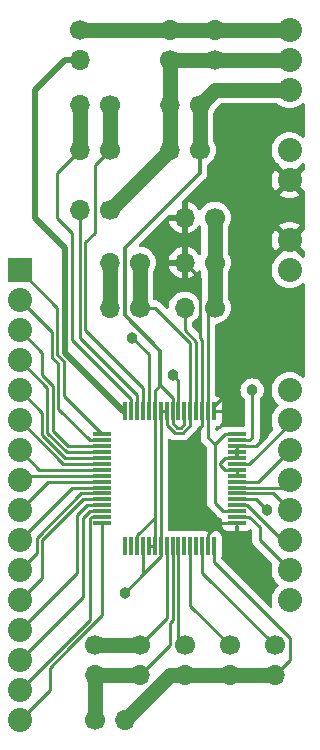
<source format=gbr>
%TF.GenerationSoftware,KiCad,Pcbnew,8.0.7*%
%TF.CreationDate,2025-04-29T18:28:53-03:00*%
%TF.ProjectId,ads_headstage_breadboard_v2,6164735f-6865-4616-9473-746167655f62,rev?*%
%TF.SameCoordinates,Original*%
%TF.FileFunction,Copper,L1,Top*%
%TF.FilePolarity,Positive*%
%FSLAX46Y46*%
G04 Gerber Fmt 4.6, Leading zero omitted, Abs format (unit mm)*
G04 Created by KiCad (PCBNEW 8.0.7) date 2025-04-29 18:28:53*
%MOMM*%
%LPD*%
G01*
G04 APERTURE LIST*
%TA.AperFunction,SMDPad,CuDef*%
%ADD10R,1.500000X0.300000*%
%TD*%
%TA.AperFunction,SMDPad,CuDef*%
%ADD11R,0.300000X1.500000*%
%TD*%
%TA.AperFunction,ComponentPad*%
%ADD12C,1.700000*%
%TD*%
%TA.AperFunction,ComponentPad*%
%ADD13O,1.700000X1.700000*%
%TD*%
%TA.AperFunction,ComponentPad*%
%ADD14C,2.032000*%
%TD*%
%TA.AperFunction,ComponentPad*%
%ADD15R,2.032000X2.032000*%
%TD*%
%TA.AperFunction,ViaPad*%
%ADD16C,0.965200*%
%TD*%
%TA.AperFunction,Conductor*%
%ADD17C,0.254000*%
%TD*%
%TA.AperFunction,Conductor*%
%ADD18C,0.200000*%
%TD*%
%TA.AperFunction,Conductor*%
%ADD19C,0.304800*%
%TD*%
%TA.AperFunction,Conductor*%
%ADD20C,0.250000*%
%TD*%
%TA.AperFunction,Conductor*%
%ADD21C,1.270000*%
%TD*%
%TA.AperFunction,Conductor*%
%ADD22C,0.508000*%
%TD*%
G04 APERTURE END LIST*
D10*
%TO.P,ADS1298,1*%
%TO.N,/IN8N*%
X113680000Y-107889600D03*
%TO.P,ADS1298,2*%
%TO.N,/IN8P*%
X113680000Y-108389600D03*
%TO.P,ADS1298,3*%
%TO.N,/IN7N*%
X113680000Y-108889600D03*
%TO.P,ADS1298,4*%
%TO.N,/IN7P*%
X113680000Y-109389600D03*
%TO.P,ADS1298,5*%
%TO.N,/IN6N*%
X113680000Y-109889600D03*
%TO.P,ADS1298,6*%
%TO.N,/IN6P*%
X113680000Y-110389600D03*
%TO.P,ADS1298,7*%
%TO.N,/IN5N*%
X113680000Y-110889600D03*
%TO.P,ADS1298,8*%
%TO.N,/IN5P*%
X113680000Y-111389600D03*
%TO.P,ADS1298,9*%
%TO.N,/IN4N*%
X113680000Y-111889600D03*
%TO.P,ADS1298,10*%
%TO.N,/IN4P*%
X113680000Y-112389600D03*
%TO.P,ADS1298,11*%
%TO.N,/IN3N*%
X113680000Y-112889600D03*
%TO.P,ADS1298,12*%
%TO.N,/IN3P*%
X113680000Y-113389600D03*
%TO.P,ADS1298,13*%
%TO.N,/IN2N*%
X113680000Y-113889600D03*
%TO.P,ADS1298,14*%
%TO.N,/IN2P*%
X113680000Y-114389600D03*
%TO.P,ADS1298,15*%
%TO.N,/IN1N*%
X113680000Y-114889600D03*
%TO.P,ADS1298,16*%
%TO.N,/IN1P*%
X113680000Y-115389600D03*
D11*
%TO.P,ADS1298,17*%
%TO.N,/ADS1298/TESTP_PACE_OUT1*%
X115630000Y-117339600D03*
%TO.P,ADS1298,18*%
%TO.N,/ADS1298/TESTN_PACE_OUT2*%
X116130000Y-117339600D03*
%TO.P,ADS1298,19*%
%TO.N,/AVDD*%
X116630000Y-117339600D03*
%TO.P,ADS1298,20*%
%TO.N,/AVSS*%
X117130000Y-117339600D03*
%TO.P,ADS1298,21*%
%TO.N,/AVDD*%
X117630000Y-117339600D03*
%TO.P,ADS1298,22*%
X118130000Y-117339600D03*
%TO.P,ADS1298,23*%
%TO.N,/AVSS*%
X118630000Y-117339600D03*
%TO.P,ADS1298,24*%
%TO.N,/ADS1298/RLDREF*%
X119130000Y-117339600D03*
%TO.P,ADS1298,25*%
%TO.N,Net-(ADS1-Pad25)*%
X119630000Y-117339600D03*
%TO.P,ADS1298,26*%
%TO.N,Net-(ADS1-Pad26)*%
X120130000Y-117339600D03*
%TO.P,ADS1298,27*%
%TO.N,Net-(ADS1-Pad27)*%
X120630000Y-117339600D03*
%TO.P,ADS1298,28*%
%TO.N,Net-(ADS1-Pad28)*%
X121130000Y-117339600D03*
%TO.P,ADS1298,29*%
%TO.N,Net-(ADS1-Pad29)*%
X121630000Y-117339600D03*
%TO.P,ADS1298,30*%
%TO.N,Net-(ADS1-Pad30)*%
X122130000Y-117339600D03*
%TO.P,ADS1298,31*%
%TO.N,/DGND*%
X122630000Y-117339600D03*
%TO.P,ADS1298,32*%
%TO.N,/AVSS*%
X123130000Y-117339600D03*
D10*
%TO.P,ADS1298,33*%
%TO.N,/DGND*%
X125080000Y-115389600D03*
%TO.P,ADS1298,34*%
%TO.N,/MOSI*%
X125080000Y-114889600D03*
%TO.P,ADS1298,35*%
%TO.N,/DVDD*%
X125080000Y-114389600D03*
%TO.P,ADS1298,36*%
%TO.N,/~{RESET}*%
X125080000Y-113889600D03*
%TO.P,ADS1298,37*%
%TO.N,/CLK*%
X125080000Y-113389600D03*
%TO.P,ADS1298,38*%
%TO.N,/START*%
X125080000Y-112889600D03*
%TO.P,ADS1298,39*%
%TO.N,/~{CS}*%
X125080000Y-112389600D03*
%TO.P,ADS1298,40*%
%TO.N,/SPI_CLK*%
X125080000Y-111889600D03*
%TO.P,ADS1298,41*%
%TO.N,/DGND*%
X125080000Y-111389600D03*
%TO.P,ADS1298,42*%
X125080000Y-110889600D03*
%TO.P,ADS1298,43*%
%TO.N,/MISO*%
X125080000Y-110389600D03*
%TO.P,ADS1298,44*%
%TO.N,/DGND*%
X125080000Y-109889600D03*
%TO.P,ADS1298,45*%
X125080000Y-109389600D03*
%TO.P,ADS1298,46*%
X125080000Y-108889600D03*
%TO.P,ADS1298,47*%
%TO.N,/~{DRDY}*%
X125080000Y-108389600D03*
%TO.P,ADS1298,48*%
%TO.N,/DVDD*%
X125080000Y-107889600D03*
D11*
%TO.P,ADS1298,49*%
%TO.N,/DGND*%
X123130000Y-105939600D03*
%TO.P,ADS1298,50*%
%TO.N,/DVDD*%
X122630000Y-105939600D03*
%TO.P,ADS1298,51*%
%TO.N,/DGND*%
X122130000Y-105939600D03*
%TO.P,ADS1298,52*%
%TO.N,/CLKSEL*%
X121630000Y-105939600D03*
%TO.P,ADS1298,53*%
%TO.N,/AVSS*%
X121130000Y-105939600D03*
%TO.P,ADS1298,54*%
%TO.N,/AVDD*%
X120630000Y-105939600D03*
%TO.P,ADS1298,55*%
%TO.N,Net-(ADS1-Pad55)*%
X120130000Y-105939600D03*
%TO.P,ADS1298,56*%
%TO.N,/AVDD*%
X119630000Y-105939600D03*
%TO.P,ADS1298,57*%
%TO.N,/AVSS*%
X119130000Y-105939600D03*
%TO.P,ADS1298,58*%
X118630000Y-105939600D03*
%TO.P,ADS1298,59*%
%TO.N,/AVDD*%
X118130000Y-105939600D03*
%TO.P,ADS1298,60*%
%TO.N,/ADS1298/RLDREF*%
X117630000Y-105939600D03*
%TO.P,ADS1298,61*%
%TO.N,/ADS1298/RLDINV*%
X117130000Y-105939600D03*
%TO.P,ADS1298,62*%
%TO.N,/ADS1298/RLDIN*%
X116630000Y-105939600D03*
%TO.P,ADS1298,63*%
%TO.N,/RDLout*%
X116130000Y-105939600D03*
%TO.P,ADS1298,64*%
%TO.N,Net-(ADS1-Pad64)*%
X115630000Y-105939600D03*
%TD*%
D12*
%TO.P,C1,1*%
%TO.N,/ADS1298/RLDINV*%
X114300000Y-80010000D03*
D13*
%TO.P,C1,2*%
%TO.N,/RDLout*%
X111760000Y-80010000D03*
%TD*%
D12*
%TO.P,C2,1*%
%TO.N,/AVDD*%
X121920000Y-83820000D03*
D13*
%TO.P,C2,2*%
%TO.N,/AGND*%
X119380000Y-83820000D03*
%TD*%
D12*
%TO.P,C3,1*%
%TO.N,/AGND*%
X123190000Y-76200000D03*
D13*
%TO.P,C3,2*%
%TO.N,/AVSS*%
X123190000Y-73660000D03*
%TD*%
D12*
%TO.P,C4,1*%
%TO.N,/AVDD*%
X121920000Y-80010000D03*
D13*
%TO.P,C4,2*%
%TO.N,/AGND*%
X119380000Y-80010000D03*
%TD*%
D12*
%TO.P,C5,1*%
%TO.N,/AGND*%
X119380000Y-76200000D03*
D13*
%TO.P,C5,2*%
%TO.N,/AVSS*%
X119380000Y-73660000D03*
%TD*%
D12*
%TO.P,C6,1*%
%TO.N,/DVDD*%
X123190000Y-89535000D03*
D13*
%TO.P,C6,2*%
%TO.N,/DGND*%
X120650000Y-89535000D03*
%TD*%
D12*
%TO.P,C7,1*%
%TO.N,/DVDD*%
X123190000Y-93345000D03*
D13*
%TO.P,C7,2*%
%TO.N,/DGND*%
X120650000Y-93345000D03*
%TD*%
D12*
%TO.P,C8,1*%
%TO.N,/AVSS*%
X111760000Y-73660000D03*
D13*
%TO.P,C8,2*%
%TO.N,Net-(ADS1-Pad64)*%
X111760000Y-76200000D03*
%TD*%
D12*
%TO.P,C9,1*%
%TO.N,/ADS1298/RLDREF*%
X116840000Y-125725000D03*
D13*
%TO.P,C9,2*%
%TO.N,Net-(ADS1-Pad25)*%
X116840000Y-128265000D03*
%TD*%
D12*
%TO.P,C10,1*%
%TO.N,Net-(ADS1-Pad25)*%
X113030000Y-132080000D03*
D13*
%TO.P,C10,2*%
%TO.N,/AVSS*%
X115570000Y-132080000D03*
%TD*%
D12*
%TO.P,C11,1*%
%TO.N,/ADS1298/RLDREF*%
X113030000Y-125725000D03*
D13*
%TO.P,C11,2*%
%TO.N,Net-(ADS1-Pad25)*%
X113030000Y-128265000D03*
%TD*%
D12*
%TO.P,C12,1*%
%TO.N,/AVSS*%
X116840000Y-97155000D03*
D13*
%TO.P,C12,2*%
%TO.N,Net-(ADS1-Pad55)*%
X114300000Y-97155000D03*
%TD*%
D12*
%TO.P,C13,1*%
%TO.N,Net-(ADS1-Pad26)*%
X120650000Y-125725000D03*
D13*
%TO.P,C13,2*%
%TO.N,/AVSS*%
X120650000Y-128265000D03*
%TD*%
D12*
%TO.P,C14,1*%
%TO.N,/AVSS*%
X116840000Y-93345000D03*
D13*
%TO.P,C14,2*%
%TO.N,Net-(ADS1-Pad55)*%
X114300000Y-93345000D03*
%TD*%
D12*
%TO.P,C15,1*%
%TO.N,Net-(ADS1-Pad28)*%
X124460000Y-125725000D03*
D13*
%TO.P,C15,2*%
%TO.N,/AVSS*%
X124460000Y-128265000D03*
%TD*%
D12*
%TO.P,C16,1*%
%TO.N,Net-(ADS1-Pad30)*%
X128270000Y-125725000D03*
D13*
%TO.P,C16,2*%
%TO.N,/AVSS*%
X128270000Y-128265000D03*
%TD*%
D12*
%TO.P,CLKSEL,1*%
%TO.N,/DVDD*%
X123190000Y-97155000D03*
D13*
%TO.P,CLKSEL,2*%
%TO.N,/CLKSEL*%
X120650000Y-97155000D03*
%TD*%
D14*
%TO.P,ADGND,1*%
%TO.N,/AGND*%
X129540000Y-83820000D03*
%TO.P,ADGND,2*%
%TO.N,/DGND*%
X129540000Y-86360000D03*
%TD*%
D12*
%TO.P,R1,1*%
%TO.N,/ADS1298/RLDINV*%
X114300000Y-83820000D03*
D13*
%TO.P,R1,2*%
%TO.N,/RDLout*%
X111760000Y-83820000D03*
%TD*%
D12*
%TO.P,R2,1*%
%TO.N,/AGND*%
X114300000Y-88900000D03*
D13*
%TO.P,R2,2*%
%TO.N,/ADS1298/RLDIN*%
X111760000Y-88900000D03*
%TD*%
D14*
%TO.P,APwd1,1*%
%TO.N,/AVDD*%
X129540000Y-78725000D03*
%TO.P,APwd1,2*%
%TO.N,/AGND*%
X129540000Y-76185000D03*
%TO.P,APwd1,3*%
%TO.N,/AVSS*%
X129540000Y-73645000D03*
%TD*%
%TO.P,DPwd1,1*%
%TO.N,/DVDD*%
X129540000Y-93980000D03*
%TO.P,DPwd1,2*%
%TO.N,/DGND*%
X129540000Y-91440000D03*
%TD*%
%TO.P,SPI1,1*%
%TO.N,/~{DRDY}*%
X129540000Y-104140000D03*
%TO.P,SPI1,2*%
%TO.N,/MISO*%
X129540000Y-106680000D03*
%TO.P,SPI1,3*%
%TO.N,/SPI_CLK*%
X129540000Y-109220000D03*
%TO.P,SPI1,4*%
%TO.N,/~{CS}*%
X129540000Y-111760000D03*
%TO.P,SPI1,5*%
%TO.N,/START*%
X129540000Y-114300000D03*
%TO.P,SPI1,6*%
%TO.N,/~{RESET}*%
X129540000Y-116840000D03*
%TO.P,SPI1,7*%
%TO.N,/MOSI*%
X129540000Y-119380000D03*
%TO.P,SPI1,8*%
%TO.N,/CLK*%
X129540000Y-121920000D03*
%TD*%
D15*
%TO.P,J2,1,Pin_1*%
%TO.N,/IN8N*%
X106680000Y-93980000D03*
D14*
%TO.P,J2,2,Pin_2*%
%TO.N,/IN8P*%
X106680000Y-96520000D03*
%TO.P,J2,3,Pin_3*%
%TO.N,/IN7N*%
X106680000Y-99060000D03*
%TO.P,J2,4,Pin_4*%
%TO.N,/IN7P*%
X106680000Y-101600000D03*
%TO.P,J2,5,Pin_5*%
%TO.N,/IN6N*%
X106680000Y-104140000D03*
%TO.P,J2,6,Pin_6*%
%TO.N,/IN6P*%
X106680000Y-106680000D03*
%TO.P,J2,7,Pin_7*%
%TO.N,/IN5N*%
X106680000Y-109220000D03*
%TO.P,J2,8,Pin_8*%
%TO.N,/IN5P*%
X106680000Y-111760000D03*
%TO.P,J2,9,Pin_9*%
%TO.N,/IN4N*%
X106680000Y-114300000D03*
%TO.P,J2,10,Pin_10*%
%TO.N,/IN4P*%
X106680000Y-116840000D03*
%TO.P,J2,11,Pin_11*%
%TO.N,/IN3N*%
X106680000Y-119380000D03*
%TO.P,J2,12,Pin_12*%
%TO.N,/IN3P*%
X106680000Y-121920000D03*
%TO.P,J2,13,Pin_13*%
%TO.N,/IN2N*%
X106680000Y-124460000D03*
%TO.P,J2,14,Pin_14*%
%TO.N,/IN2P*%
X106680000Y-127000000D03*
%TO.P,J2,15,Pin_15*%
%TO.N,/IN1N*%
X106680000Y-129540000D03*
%TO.P,J2,16,Pin_16*%
%TO.N,/IN1P*%
X106680000Y-132080000D03*
%TD*%
D16*
%TO.N,/AVSS*%
X115570000Y-121285000D03*
%TO.N,/ADS1298/RLDREF*%
X116205000Y-99695000D03*
%TO.N,/CLK*%
X127635000Y-114300000D03*
%TO.N,/~{DRDY}*%
X126365000Y-104140000D03*
%TO.N,Net-(ADS1-Pad55)*%
X119634000Y-102870000D03*
%TD*%
D17*
%TO.N,/IN8N*%
X110401000Y-104610600D02*
X110401000Y-101697656D01*
X110401000Y-101697656D02*
X109855000Y-101151658D01*
X109855000Y-97155000D02*
X106680000Y-93980000D01*
X113680000Y-107889600D02*
X110401000Y-104610600D01*
X109855000Y-101151658D02*
X109855000Y-97155000D01*
%TO.N,/IN8P*%
X112626000Y-108389600D02*
X113680000Y-108389600D01*
X109947000Y-105710600D02*
X112626000Y-108389600D01*
X109947000Y-101885710D02*
X109947000Y-105710600D01*
X109401000Y-99241000D02*
X109401000Y-101339711D01*
X106680000Y-96520000D02*
X109401000Y-99241000D01*
X109401000Y-101339711D02*
X109947000Y-101885710D01*
%TO.N,/IN7N*%
X108588526Y-100968526D02*
X106680000Y-99060000D01*
X110815756Y-108889600D02*
X109493000Y-107566844D01*
X109493000Y-103770948D02*
X108588526Y-102866474D01*
X109493000Y-107566844D02*
X109493000Y-103770948D01*
X113680000Y-108889600D02*
X110815756Y-108889600D01*
X108588526Y-102866474D02*
X108588526Y-100968526D01*
%TO.N,/IN7P*%
X113680000Y-109389600D02*
X110673704Y-109389600D01*
X109039000Y-107754896D02*
X109039000Y-103959000D01*
X109039000Y-103959000D02*
X106680000Y-101600000D01*
X110673704Y-109389600D02*
X109039000Y-107754896D01*
%TO.N,/IN6N*%
X110531652Y-109889600D02*
X108585000Y-107942948D01*
X113680000Y-109889600D02*
X110531652Y-109889600D01*
X108585000Y-107942948D02*
X108585000Y-106045000D01*
X108585000Y-106045000D02*
X106680000Y-104140000D01*
%TO.N,/IN6P*%
X110389600Y-110389600D02*
X113680000Y-110389600D01*
X106680000Y-106680000D02*
X110389600Y-110389600D01*
%TO.N,/IN5N*%
X113680000Y-110889600D02*
X108349600Y-110889600D01*
X108349600Y-110889600D02*
X106680000Y-109220000D01*
D18*
%TO.N,/IN5P*%
X107050400Y-111389600D02*
X106680000Y-111760000D01*
D17*
X113680000Y-111389600D02*
X107050400Y-111389600D01*
%TO.N,/IN4N*%
X113680000Y-111889600D02*
X109090400Y-111889600D01*
X109090400Y-111889600D02*
X106680000Y-114300000D01*
%TO.N,/IN4P*%
X113680000Y-112389600D02*
X111130400Y-112389600D01*
X111130400Y-112389600D02*
X106680000Y-116840000D01*
%TO.N,/IN3N*%
X111893348Y-112889600D02*
X113680000Y-112889600D01*
X106680000Y-119380000D02*
X108131000Y-117929000D01*
X108131000Y-116651948D02*
X111893348Y-112889600D01*
X108131000Y-117929000D02*
X108131000Y-116651948D01*
%TO.N,/IN3P*%
X108585000Y-116840000D02*
X112035400Y-113389600D01*
X112035400Y-113389600D02*
X113680000Y-113389600D01*
X108585000Y-120015000D02*
X108585000Y-116840000D01*
X106680000Y-121920000D02*
X108585000Y-120015000D01*
%TO.N,/IN2N*%
X111552000Y-119588000D02*
X111552000Y-114686600D01*
X111552000Y-114686600D02*
X112349000Y-113889600D01*
X112349000Y-113889600D02*
X113680000Y-113889600D01*
X106680000Y-124460000D02*
X111552000Y-119588000D01*
%TO.N,/IN2P*%
X112006000Y-114987234D02*
X112226617Y-114766617D01*
X113680000Y-114389600D02*
X112603634Y-114389600D01*
X112603634Y-114389600D02*
X112149000Y-114844234D01*
X106680000Y-127000000D02*
X112006000Y-121674000D01*
X112006000Y-121674000D02*
X112006000Y-114987234D01*
%TO.N,/IN1N*%
X110490000Y-125722948D02*
X110490000Y-125730000D01*
X110490000Y-125730000D02*
X106680000Y-129540000D01*
X113680000Y-114889600D02*
X112745686Y-114889600D01*
X112603000Y-115032286D02*
X112603000Y-123609948D01*
X112745686Y-114889600D02*
X112603000Y-115032286D01*
X112603000Y-123609948D02*
X110490000Y-125722948D01*
%TO.N,/IN1P*%
X109220000Y-127642052D02*
X109220000Y-129540000D01*
X110944000Y-125911000D02*
X110944000Y-125918052D01*
X110944000Y-125918052D02*
X109220000Y-127642052D01*
X113680000Y-123175000D02*
X110944000Y-125911000D01*
X113680000Y-115389600D02*
X113680000Y-123175000D01*
X109220000Y-129540000D02*
X106680000Y-132080000D01*
D19*
%TO.N,/AVDD*%
X118579500Y-103729805D02*
X118579500Y-100799500D01*
D20*
X116630000Y-116415000D02*
X118110000Y-114935000D01*
D17*
X119630000Y-104780305D02*
X118579500Y-103729805D01*
D20*
X120304600Y-107315000D02*
X120015000Y-107315000D01*
D17*
X118130000Y-105939600D02*
X118130000Y-104179305D01*
D20*
X120015000Y-107315000D02*
X119630000Y-106930000D01*
X119630000Y-106930000D02*
X119630000Y-105939600D01*
X120630000Y-106989600D02*
X120304600Y-107315000D01*
D21*
X123205000Y-78725000D02*
X121920000Y-80010000D01*
D20*
X118130000Y-117339600D02*
X117630000Y-117339600D01*
D19*
X118579500Y-100799500D02*
X115570000Y-97790000D01*
X121920000Y-85725000D02*
X121920000Y-83820000D01*
D20*
X120630000Y-105939600D02*
X120630000Y-106989600D01*
D21*
X121920000Y-80010000D02*
X121920000Y-83820000D01*
D17*
X119630000Y-105939600D02*
X119630000Y-104780305D01*
D19*
X115570000Y-97790000D02*
X115570000Y-92075000D01*
X115570000Y-92075000D02*
X121920000Y-85725000D01*
D20*
X116630000Y-117339600D02*
X116630000Y-116415000D01*
X118130000Y-105939600D02*
X118130000Y-117339600D01*
D17*
X118130000Y-104179305D02*
X118579500Y-103729805D01*
D21*
X129540000Y-78725000D02*
X123205000Y-78725000D01*
D20*
%TO.N,/AVSS*%
X121130000Y-100175000D02*
X118110000Y-97155000D01*
D17*
X118630000Y-118225000D02*
X118630000Y-117339600D01*
X123130000Y-118685000D02*
X129540000Y-125095000D01*
X117130000Y-117339600D02*
X117130000Y-119725000D01*
D20*
X119130000Y-105939600D02*
X119130000Y-107066396D01*
D21*
X111775000Y-73645000D02*
X111760000Y-73660000D01*
D17*
X117130000Y-119725000D02*
X118630000Y-118225000D01*
D21*
X115570000Y-132075000D02*
X115570000Y-132080000D01*
D20*
X119828604Y-107765000D02*
X120490996Y-107765000D01*
X118110000Y-97155000D02*
X116840000Y-97155000D01*
X118630000Y-105939600D02*
X119130000Y-105939600D01*
D21*
X119380000Y-128265000D02*
X115570000Y-132075000D01*
D20*
X119130000Y-107066396D02*
X119828604Y-107765000D01*
X121130000Y-105939600D02*
X121130000Y-100175000D01*
D17*
X129540000Y-126995000D02*
X128270000Y-128265000D01*
X117130000Y-119725000D02*
X115570000Y-121285000D01*
D20*
X120490996Y-107765000D02*
X121130000Y-107125996D01*
D21*
X116840000Y-97155000D02*
X116840000Y-93345000D01*
D20*
X121130000Y-107125996D02*
X121130000Y-105939600D01*
D21*
X129540000Y-73645000D02*
X111775000Y-73645000D01*
D17*
X123130000Y-117339600D02*
X123130000Y-118685000D01*
X129540000Y-125095000D02*
X129540000Y-126995000D01*
D20*
X118630000Y-105939600D02*
X118630000Y-117339600D01*
D21*
X127870000Y-128265000D02*
X119380000Y-128265000D01*
%TO.N,/ADS1298/RLDREF*%
X116835000Y-125730000D02*
X116840000Y-125725000D01*
X113030000Y-125730000D02*
X116835000Y-125730000D01*
D20*
X116205000Y-99695000D02*
X117630000Y-101120000D01*
D17*
X119130000Y-117339600D02*
X119130000Y-123435000D01*
X119130000Y-123435000D02*
X116840000Y-125725000D01*
D20*
X117630000Y-101120000D02*
X117630000Y-105939600D01*
D21*
%TO.N,Net-(ADS1-Pad25)*%
X113030000Y-128270000D02*
X116835000Y-128270000D01*
X113025000Y-132075000D02*
X113025000Y-128275000D01*
D17*
X119630000Y-117339600D02*
X119630000Y-123577053D01*
D21*
X113025000Y-128275000D02*
X113030000Y-128270000D01*
X113030000Y-132080000D02*
X113025000Y-132075000D01*
X116835000Y-128270000D02*
X116840000Y-128265000D01*
D17*
X119630000Y-123577053D02*
X119375000Y-123832053D01*
X119375000Y-123832053D02*
X119375000Y-125730000D01*
X119375000Y-125730000D02*
X116840000Y-128265000D01*
%TO.N,Net-(ADS1-Pad26)*%
X120130000Y-125205000D02*
X120650000Y-125725000D01*
X120130000Y-117339600D02*
X120130000Y-125205000D01*
%TO.N,Net-(ADS1-Pad28)*%
X121130000Y-122395000D02*
X124460000Y-125725000D01*
X121130000Y-117339600D02*
X121130000Y-122395000D01*
%TO.N,Net-(ADS1-Pad30)*%
X122130000Y-119585000D02*
X128270000Y-125725000D01*
X122130000Y-117339600D02*
X122130000Y-119585000D01*
D20*
%TO.N,/DGND*%
X123640000Y-110490000D02*
X124039600Y-110889600D01*
X125080000Y-111389600D02*
X125080000Y-110889600D01*
X122630000Y-116289600D02*
X122630000Y-117339600D01*
D17*
X121920000Y-99689379D02*
X122130000Y-99899379D01*
D20*
X122130000Y-107105000D02*
X121920000Y-107315000D01*
X125080000Y-109889600D02*
X125080000Y-108889600D01*
X124030000Y-109889600D02*
X123640000Y-110279600D01*
X127635000Y-103505000D02*
X127000000Y-102870000D01*
X127635000Y-107950000D02*
X127635000Y-103505000D01*
D17*
X121920000Y-94615000D02*
X121920000Y-99689379D01*
D20*
X126695400Y-108889600D02*
X125080000Y-108889600D01*
X123130000Y-105470000D02*
X125730000Y-102870000D01*
X125080000Y-115389600D02*
X123530000Y-115389600D01*
D17*
X122130000Y-99899379D02*
X122130000Y-105939600D01*
D20*
X122130000Y-105939600D02*
X122130000Y-107105000D01*
D17*
X120650000Y-93345000D02*
X121920000Y-94615000D01*
D20*
X123130000Y-105939600D02*
X123130000Y-105470000D01*
X125080000Y-109889600D02*
X124030000Y-109889600D01*
X123530000Y-115389600D02*
X122630000Y-116289600D01*
X123640000Y-110279600D02*
X123640000Y-110490000D01*
X124039600Y-110889600D02*
X125080000Y-110889600D01*
X126695400Y-108889600D02*
X127635000Y-107950000D01*
X127000000Y-102870000D02*
X125730000Y-102870000D01*
D17*
%TO.N,/MOSI*%
X129540000Y-119380000D02*
X127000000Y-116840000D01*
X127000000Y-115759600D02*
X126130000Y-114889600D01*
X127000000Y-116840000D02*
X127000000Y-115759600D01*
X126130000Y-114889600D02*
X125080000Y-114889600D01*
D20*
%TO.N,/DVDD*%
X125080000Y-114389600D02*
X123914600Y-114389600D01*
X122630000Y-108169600D02*
X123190000Y-108729600D01*
D21*
X123190000Y-97155000D02*
X123190000Y-93345000D01*
D20*
X123914600Y-114389600D02*
X123825000Y-114300000D01*
X122630000Y-105939600D02*
X122630000Y-108169600D01*
X123190000Y-108729600D02*
X124030000Y-107889600D01*
X124030000Y-107889600D02*
X125080000Y-107889600D01*
D21*
X123190000Y-93345000D02*
X123190000Y-89535000D01*
D20*
X123825000Y-114300000D02*
X123190000Y-113665000D01*
X122630000Y-97715000D02*
X123190000Y-97155000D01*
X123190000Y-113665000D02*
X123190000Y-108729600D01*
X122630000Y-105939600D02*
X122630000Y-97715000D01*
D17*
%TO.N,/~{RESET}*%
X125080000Y-113889600D02*
X125955996Y-113889600D01*
D20*
X128906396Y-116840000D02*
X129540000Y-116840000D01*
D17*
X125955996Y-113889600D02*
X128906396Y-116840000D01*
D20*
%TO.N,/CLK*%
X126724600Y-113389600D02*
X125080000Y-113389600D01*
X127635000Y-114300000D02*
X126724600Y-113389600D01*
D17*
%TO.N,/START*%
X128129600Y-112889600D02*
X129540000Y-114300000D01*
X125080000Y-112889600D02*
X128129600Y-112889600D01*
%TO.N,/~{CS}*%
X125080000Y-112389600D02*
X128910400Y-112389600D01*
X128910400Y-112389600D02*
X129540000Y-111760000D01*
%TO.N,/SPI_CLK*%
X129540000Y-109220000D02*
X126870400Y-111889600D01*
X126870400Y-111889600D02*
X125080000Y-111889600D01*
%TO.N,/MISO*%
X126130000Y-110389600D02*
X125080000Y-110389600D01*
X129540000Y-106979600D02*
X126130000Y-110389600D01*
X129540000Y-106680000D02*
X129540000Y-106979600D01*
D20*
%TO.N,/~{DRDY}*%
X126130000Y-108389600D02*
X125080000Y-108389600D01*
X126365000Y-104140000D02*
X126365000Y-108154600D01*
X126365000Y-108154600D02*
X126130000Y-108389600D01*
%TO.N,/CLKSEL*%
X120650000Y-99058604D02*
X120650000Y-97155000D01*
X121630000Y-100038604D02*
X120650000Y-99058604D01*
X121630000Y-105939600D02*
X121630000Y-100038604D01*
D21*
%TO.N,Net-(ADS1-Pad55)*%
X114300000Y-97155000D02*
X114300000Y-93345000D01*
D20*
X120130000Y-103366000D02*
X119634000Y-102870000D01*
X120130000Y-105939600D02*
X120130000Y-103366000D01*
D21*
%TO.N,/ADS1298/RLDINV*%
X114300000Y-80010000D02*
X114300000Y-83820000D01*
D20*
X112210000Y-99060000D02*
X112210000Y-91625000D01*
X113030000Y-90805000D02*
X113030000Y-85090000D01*
X117130000Y-105939600D02*
X117130000Y-103980000D01*
X117130000Y-103980000D02*
X112210000Y-99060000D01*
X112210000Y-91625000D02*
X113030000Y-90805000D01*
X113030000Y-85090000D02*
X114300000Y-83820000D01*
%TO.N,/ADS1298/RLDIN*%
X111760000Y-99695000D02*
X111760000Y-88900000D01*
X116630000Y-105939600D02*
X116630000Y-104565000D01*
X116630000Y-104565000D02*
X111760000Y-99695000D01*
%TO.N,/RDLout*%
X111125000Y-90805000D02*
X109855000Y-89535000D01*
X109855000Y-85725000D02*
X111760000Y-83820000D01*
X109855000Y-89535000D02*
X109855000Y-85725000D01*
X116130000Y-104889600D02*
X111125000Y-99884600D01*
D21*
X111760000Y-80010000D02*
X111760000Y-83820000D01*
D20*
X116130000Y-105939600D02*
X116130000Y-104889600D01*
X111125000Y-99884600D02*
X111125000Y-90805000D01*
D22*
%TO.N,Net-(ADS1-Pad64)*%
X107950000Y-89535000D02*
X107950000Y-78740000D01*
X110490000Y-76200000D02*
X111760000Y-76200000D01*
X115464600Y-105939600D02*
X110490000Y-100965000D01*
X110490000Y-100965000D02*
X110490000Y-92075000D01*
X110490000Y-92075000D02*
X107950000Y-89535000D01*
X107950000Y-78740000D02*
X110490000Y-76200000D01*
D20*
X115630000Y-105939600D02*
X115464600Y-105939600D01*
D21*
%TO.N,/AGND*%
X119380000Y-83820000D02*
X114300000Y-88900000D01*
X119380000Y-76200000D02*
X119380000Y-80010000D01*
X119395000Y-76185000D02*
X119380000Y-76200000D01*
X119380000Y-83820000D02*
X119380000Y-80010000D01*
X129540000Y-76185000D02*
X119395000Y-76185000D01*
%TD*%
%TA.AperFunction,Conductor*%
%TO.N,/DGND*%
G36*
X121926892Y-107207649D02*
G01*
X121978857Y-107256023D01*
X121996500Y-107320325D01*
X121996500Y-108231996D01*
X122002135Y-108260324D01*
X122020845Y-108354385D01*
X122068600Y-108469675D01*
X122137929Y-108573433D01*
X122137931Y-108573435D01*
X122519595Y-108955099D01*
X122553621Y-109017411D01*
X122556500Y-109044194D01*
X122556500Y-113602606D01*
X122556500Y-113727394D01*
X122580845Y-113849785D01*
X122628600Y-113965075D01*
X122697929Y-114068833D01*
X123421167Y-114792072D01*
X123421168Y-114792073D01*
X123510767Y-114881672D01*
X123614525Y-114951001D01*
X123695381Y-114984492D01*
X123729815Y-114998755D01*
X123729818Y-114998755D01*
X123734847Y-115000281D01*
X123794231Y-115039192D01*
X123823151Y-115104031D01*
X123823558Y-115107386D01*
X123825826Y-115128477D01*
X123825826Y-115155417D01*
X123822000Y-115190998D01*
X123822000Y-115239601D01*
X123838853Y-115256454D01*
X123849573Y-115259602D01*
X123882318Y-115290088D01*
X123918253Y-115338091D01*
X123943063Y-115404612D01*
X123927971Y-115473986D01*
X123877769Y-115524188D01*
X123823580Y-115538018D01*
X123822000Y-115539599D01*
X123822000Y-115588197D01*
X123828505Y-115648693D01*
X123879555Y-115785564D01*
X123879555Y-115785565D01*
X123967095Y-115902504D01*
X124084034Y-115990044D01*
X124220906Y-116041094D01*
X124281402Y-116047599D01*
X124281415Y-116047600D01*
X124930000Y-116047600D01*
X124930000Y-115674100D01*
X124950002Y-115605979D01*
X125003658Y-115559486D01*
X125056000Y-115548100D01*
X125104000Y-115548100D01*
X125172121Y-115568102D01*
X125218614Y-115621758D01*
X125230000Y-115674100D01*
X125230000Y-116047600D01*
X125878585Y-116047600D01*
X125878597Y-116047599D01*
X125939093Y-116041094D01*
X126075964Y-115990044D01*
X126075965Y-115990044D01*
X126134821Y-115945985D01*
X126201341Y-115921174D01*
X126270715Y-115936265D01*
X126299425Y-115957758D01*
X126327595Y-115985928D01*
X126361621Y-116048240D01*
X126364500Y-116075023D01*
X126364500Y-116902593D01*
X126388922Y-117025369D01*
X126436827Y-117141022D01*
X126506375Y-117245108D01*
X126506377Y-117245110D01*
X128051819Y-118790552D01*
X128085845Y-118852864D01*
X128085243Y-118909061D01*
X128029613Y-119140778D01*
X128010786Y-119380000D01*
X128029613Y-119619221D01*
X128085630Y-119852551D01*
X128085631Y-119852553D01*
X128177460Y-120074249D01*
X128302840Y-120278849D01*
X128458682Y-120461318D01*
X128458685Y-120461321D01*
X128567420Y-120554189D01*
X128606229Y-120613639D01*
X128606737Y-120684634D01*
X128568781Y-120744633D01*
X128567420Y-120745811D01*
X128458685Y-120838678D01*
X128302839Y-121021152D01*
X128177459Y-121225752D01*
X128085630Y-121447448D01*
X128033134Y-121666113D01*
X128029613Y-121680778D01*
X128010786Y-121920000D01*
X128029613Y-122159222D01*
X128058825Y-122280896D01*
X128085631Y-122392552D01*
X128085633Y-122392558D01*
X128090248Y-122403701D01*
X128097835Y-122474291D01*
X128066054Y-122537777D01*
X128004995Y-122574002D01*
X127934043Y-122571466D01*
X127884743Y-122541010D01*
X123802405Y-118458672D01*
X123768379Y-118396360D01*
X123765500Y-118369577D01*
X123765500Y-118265741D01*
X123773444Y-118221709D01*
X123781989Y-118198801D01*
X123788500Y-118138238D01*
X123788500Y-116540962D01*
X123788499Y-116540950D01*
X123781990Y-116480403D01*
X123781988Y-116480395D01*
X123752924Y-116402475D01*
X123730889Y-116343396D01*
X123730888Y-116343394D01*
X123730887Y-116343392D01*
X123643261Y-116226338D01*
X123526207Y-116138712D01*
X123526202Y-116138710D01*
X123389204Y-116087611D01*
X123389196Y-116087609D01*
X123328649Y-116081100D01*
X123328638Y-116081100D01*
X122931362Y-116081100D01*
X122931356Y-116081100D01*
X122931348Y-116081101D01*
X122891116Y-116085426D01*
X122864181Y-116085426D01*
X122828601Y-116081600D01*
X122779999Y-116081600D01*
X122763145Y-116098453D01*
X122759998Y-116109172D01*
X122729509Y-116141920D01*
X122705509Y-116159886D01*
X122638988Y-116184696D01*
X122569614Y-116169604D01*
X122554491Y-116159886D01*
X122530491Y-116141920D01*
X122501223Y-116102822D01*
X122480001Y-116081600D01*
X122431398Y-116081600D01*
X122395817Y-116085426D01*
X122368881Y-116085426D01*
X122328649Y-116081100D01*
X122328638Y-116081100D01*
X121931362Y-116081100D01*
X121931357Y-116081100D01*
X121931345Y-116081101D01*
X121893466Y-116085173D01*
X121866534Y-116085173D01*
X121828654Y-116081101D01*
X121828642Y-116081100D01*
X121828638Y-116081100D01*
X121431362Y-116081100D01*
X121431357Y-116081100D01*
X121431345Y-116081101D01*
X121393466Y-116085173D01*
X121366534Y-116085173D01*
X121328654Y-116081101D01*
X121328642Y-116081100D01*
X121328638Y-116081100D01*
X120931362Y-116081100D01*
X120931357Y-116081100D01*
X120931345Y-116081101D01*
X120893466Y-116085173D01*
X120866534Y-116085173D01*
X120828654Y-116081101D01*
X120828642Y-116081100D01*
X120828638Y-116081100D01*
X120431362Y-116081100D01*
X120431357Y-116081100D01*
X120431345Y-116081101D01*
X120393466Y-116085173D01*
X120366534Y-116085173D01*
X120328654Y-116081101D01*
X120328642Y-116081100D01*
X120328638Y-116081100D01*
X119931362Y-116081100D01*
X119931357Y-116081100D01*
X119931345Y-116081101D01*
X119893466Y-116085173D01*
X119866534Y-116085173D01*
X119828654Y-116081101D01*
X119828642Y-116081100D01*
X119828638Y-116081100D01*
X119431362Y-116081100D01*
X119431356Y-116081100D01*
X119431348Y-116081101D01*
X119402967Y-116084152D01*
X119333099Y-116071546D01*
X119281137Y-116023166D01*
X119263500Y-115958874D01*
X119263500Y-108385042D01*
X119283502Y-108316921D01*
X119337158Y-108270428D01*
X119407432Y-108260324D01*
X119459500Y-108280276D01*
X119528529Y-108326400D01*
X119643819Y-108374155D01*
X119766210Y-108398500D01*
X119766211Y-108398500D01*
X120553389Y-108398500D01*
X120553390Y-108398500D01*
X120675781Y-108374155D01*
X120791071Y-108326400D01*
X120894829Y-108257071D01*
X121622071Y-107529829D01*
X121691400Y-107426071D01*
X121739155Y-107310781D01*
X121742041Y-107296270D01*
X121774947Y-107233361D01*
X121836641Y-107198228D01*
X121852139Y-107195573D01*
X121857023Y-107195048D01*
X121926892Y-107207649D01*
G37*
%TD.AperFunction*%
%TA.AperFunction,Conductor*%
G36*
X125172121Y-109068102D02*
G01*
X125218614Y-109121758D01*
X125230000Y-109174100D01*
X125230000Y-109605100D01*
X125209998Y-109673221D01*
X125156342Y-109719714D01*
X125104000Y-109731100D01*
X125056000Y-109731100D01*
X124987879Y-109711098D01*
X124941386Y-109657442D01*
X124930000Y-109605100D01*
X124930000Y-109174100D01*
X124950002Y-109105979D01*
X125003658Y-109059486D01*
X125056000Y-109048100D01*
X125104000Y-109048100D01*
X125172121Y-109068102D01*
G37*
%TD.AperFunction*%
%TA.AperFunction,Conductor*%
G36*
X130737160Y-79804246D02*
G01*
X130790482Y-79851121D01*
X130810000Y-79918483D01*
X130810000Y-82626516D01*
X130789998Y-82694637D01*
X130736342Y-82741130D01*
X130666068Y-82751234D01*
X130602170Y-82722328D01*
X130489987Y-82626516D01*
X130438849Y-82582840D01*
X130234249Y-82457460D01*
X130012553Y-82365631D01*
X130012551Y-82365630D01*
X129852936Y-82327310D01*
X129779222Y-82309613D01*
X129540000Y-82290786D01*
X129300778Y-82309613D01*
X129067448Y-82365630D01*
X128845752Y-82457459D01*
X128641152Y-82582839D01*
X128458682Y-82738682D01*
X128302839Y-82921152D01*
X128177459Y-83125752D01*
X128085630Y-83347448D01*
X128029613Y-83580778D01*
X128010786Y-83820000D01*
X128029613Y-84059221D01*
X128085630Y-84292551D01*
X128161314Y-84475268D01*
X128177460Y-84514249D01*
X128302840Y-84718849D01*
X128458682Y-84901318D01*
X128458685Y-84901321D01*
X128608282Y-85029088D01*
X128647091Y-85088538D01*
X128648950Y-85109739D01*
X129481106Y-85941896D01*
X129378234Y-85969461D01*
X129282667Y-86024637D01*
X129204637Y-86102667D01*
X129149461Y-86198234D01*
X129121896Y-86301105D01*
X128295263Y-85474472D01*
X128295261Y-85474472D01*
X128177908Y-85665977D01*
X128086107Y-85887603D01*
X128030108Y-86120856D01*
X128011287Y-86360000D01*
X128030108Y-86599143D01*
X128086107Y-86832396D01*
X128177906Y-87054019D01*
X128295262Y-87245526D01*
X129121895Y-86418892D01*
X129149461Y-86521766D01*
X129204637Y-86617333D01*
X129282667Y-86695363D01*
X129378234Y-86750539D01*
X129481106Y-86778103D01*
X128654472Y-87604736D01*
X128654472Y-87604737D01*
X128845975Y-87722091D01*
X129067603Y-87813892D01*
X129300857Y-87869891D01*
X129300855Y-87869891D01*
X129540000Y-87888712D01*
X129779143Y-87869891D01*
X130012396Y-87813892D01*
X130234024Y-87722091D01*
X130425526Y-87604737D01*
X130425527Y-87604736D01*
X129598894Y-86778103D01*
X129701766Y-86750539D01*
X129797333Y-86695363D01*
X129875363Y-86617333D01*
X129930539Y-86521766D01*
X129958104Y-86418893D01*
X130792276Y-87253065D01*
X130792281Y-87253072D01*
X130801478Y-87262269D01*
X130809504Y-87276967D01*
X130810000Y-87277655D01*
X130810000Y-90524469D01*
X130801478Y-90537730D01*
X129958103Y-91381105D01*
X129930539Y-91278234D01*
X129875363Y-91182667D01*
X129797333Y-91104637D01*
X129701766Y-91049461D01*
X129598893Y-91021896D01*
X130425526Y-90195262D01*
X130425526Y-90195261D01*
X130234019Y-90077906D01*
X130012396Y-89986107D01*
X129779142Y-89930108D01*
X129779144Y-89930108D01*
X129540000Y-89911287D01*
X129300856Y-89930108D01*
X129067603Y-89986107D01*
X128845977Y-90077908D01*
X128654472Y-90195261D01*
X128654472Y-90195263D01*
X129481105Y-91021896D01*
X129378234Y-91049461D01*
X129282667Y-91104637D01*
X129204637Y-91182667D01*
X129149461Y-91278234D01*
X129121896Y-91381105D01*
X128295263Y-90554472D01*
X128295261Y-90554472D01*
X128177908Y-90745977D01*
X128086107Y-90967603D01*
X128030108Y-91200856D01*
X128011287Y-91440000D01*
X128030108Y-91679143D01*
X128086107Y-91912396D01*
X128177906Y-92134019D01*
X128295262Y-92325526D01*
X129121895Y-91498892D01*
X129149461Y-91601766D01*
X129204637Y-91697333D01*
X129282667Y-91775363D01*
X129378234Y-91830539D01*
X129481106Y-91858103D01*
X128646003Y-92693205D01*
X128639721Y-92730293D01*
X128608282Y-92770911D01*
X128458685Y-92898678D01*
X128302839Y-93081152D01*
X128177459Y-93285752D01*
X128085630Y-93507448D01*
X128044117Y-93680363D01*
X128029613Y-93740778D01*
X128010786Y-93980000D01*
X128016068Y-94047121D01*
X128029613Y-94219221D01*
X128085630Y-94452551D01*
X128174025Y-94665955D01*
X128177460Y-94674249D01*
X128302840Y-94878849D01*
X128458682Y-95061318D01*
X128641151Y-95217160D01*
X128845751Y-95342540D01*
X129067447Y-95434369D01*
X129300778Y-95490387D01*
X129540000Y-95509214D01*
X129779222Y-95490387D01*
X130012553Y-95434369D01*
X130234249Y-95342540D01*
X130438849Y-95217160D01*
X130602170Y-95077672D01*
X130666960Y-95048641D01*
X130737160Y-95059246D01*
X130790482Y-95106121D01*
X130810000Y-95173483D01*
X130810000Y-102946516D01*
X130789998Y-103014637D01*
X130736342Y-103061130D01*
X130666068Y-103071234D01*
X130602170Y-103042328D01*
X130489987Y-102946516D01*
X130438849Y-102902840D01*
X130234249Y-102777460D01*
X130012553Y-102685631D01*
X130012551Y-102685630D01*
X129849165Y-102646405D01*
X129779222Y-102629613D01*
X129540000Y-102610786D01*
X129300778Y-102629613D01*
X129067448Y-102685630D01*
X128845752Y-102777459D01*
X128641152Y-102902839D01*
X128458682Y-103058682D01*
X128302839Y-103241152D01*
X128177459Y-103445752D01*
X128085630Y-103667448D01*
X128063678Y-103758886D01*
X128029613Y-103900778D01*
X128010786Y-104140000D01*
X128029613Y-104379222D01*
X128047310Y-104452936D01*
X128085630Y-104612551D01*
X128085631Y-104612553D01*
X128177460Y-104834249D01*
X128302840Y-105038849D01*
X128458682Y-105221318D01*
X128458685Y-105221321D01*
X128567420Y-105314189D01*
X128606229Y-105373639D01*
X128606737Y-105444634D01*
X128568781Y-105504633D01*
X128567420Y-105505811D01*
X128458685Y-105598678D01*
X128302839Y-105781152D01*
X128177459Y-105985752D01*
X128085630Y-106207448D01*
X128029613Y-106440778D01*
X128010786Y-106680000D01*
X128029613Y-106919222D01*
X128033537Y-106935565D01*
X128085630Y-107152551D01*
X128085631Y-107152553D01*
X128165498Y-107345370D01*
X128173087Y-107415958D01*
X128141308Y-107479445D01*
X128138184Y-107482681D01*
X127191552Y-108429313D01*
X127129240Y-108463339D01*
X127058425Y-108458274D01*
X127001589Y-108415727D01*
X126976778Y-108349207D01*
X126978877Y-108315643D01*
X126998500Y-108216994D01*
X126998500Y-108092206D01*
X126998500Y-104961824D01*
X127018502Y-104893703D01*
X127044565Y-104864425D01*
X127069205Y-104844205D01*
X127193057Y-104693290D01*
X127285088Y-104521113D01*
X127341760Y-104334290D01*
X127342975Y-104321960D01*
X127360896Y-104140003D01*
X127360896Y-104139996D01*
X127341761Y-103945716D01*
X127341760Y-103945714D01*
X127341760Y-103945710D01*
X127285088Y-103758887D01*
X127193057Y-103586710D01*
X127069205Y-103435795D01*
X126918290Y-103311943D01*
X126918288Y-103311942D01*
X126918287Y-103311941D01*
X126746113Y-103219912D01*
X126559283Y-103163238D01*
X126365003Y-103144104D01*
X126364997Y-103144104D01*
X126170716Y-103163238D01*
X125983886Y-103219912D01*
X125811712Y-103311941D01*
X125660795Y-103435795D01*
X125536941Y-103586712D01*
X125444912Y-103758886D01*
X125388238Y-103945716D01*
X125369104Y-104139996D01*
X125369104Y-104140003D01*
X125388238Y-104334283D01*
X125444912Y-104521113D01*
X125525189Y-104671301D01*
X125536943Y-104693290D01*
X125660795Y-104844205D01*
X125685433Y-104864424D01*
X125725402Y-104923100D01*
X125731500Y-104961824D01*
X125731500Y-107105100D01*
X125711498Y-107173221D01*
X125657842Y-107219714D01*
X125605500Y-107231100D01*
X124281350Y-107231100D01*
X124220803Y-107237609D01*
X124220798Y-107237611D01*
X124192530Y-107248155D01*
X124148496Y-107256100D01*
X123967603Y-107256100D01*
X123894568Y-107270628D01*
X123845215Y-107280445D01*
X123845213Y-107280445D01*
X123845212Y-107280446D01*
X123729923Y-107328201D01*
X123626171Y-107397526D01*
X123626164Y-107397531D01*
X123478595Y-107545101D01*
X123416283Y-107579127D01*
X123345468Y-107574062D01*
X123288632Y-107531515D01*
X123263821Y-107464995D01*
X123263500Y-107456006D01*
X123263500Y-107317777D01*
X123283502Y-107249656D01*
X123337158Y-107203163D01*
X123376031Y-107192499D01*
X123389093Y-107191094D01*
X123525964Y-107140044D01*
X123525965Y-107140044D01*
X123642904Y-107052504D01*
X123730444Y-106935565D01*
X123730444Y-106935564D01*
X123781494Y-106798693D01*
X123787999Y-106738197D01*
X123788000Y-106738185D01*
X123788000Y-106089600D01*
X123414500Y-106089600D01*
X123346379Y-106069598D01*
X123299886Y-106015942D01*
X123288500Y-105963600D01*
X123288500Y-105915600D01*
X123308502Y-105847479D01*
X123362158Y-105800986D01*
X123414500Y-105789600D01*
X123788000Y-105789600D01*
X123788000Y-105141014D01*
X123787999Y-105141002D01*
X123781494Y-105080506D01*
X123730444Y-104943635D01*
X123730444Y-104943634D01*
X123642904Y-104826695D01*
X123525965Y-104739155D01*
X123389091Y-104688104D01*
X123376025Y-104686699D01*
X123310434Y-104659527D01*
X123269946Y-104601207D01*
X123263500Y-104561422D01*
X123263500Y-98626735D01*
X123283502Y-98558614D01*
X123337158Y-98512121D01*
X123368751Y-98502456D01*
X123524635Y-98476444D01*
X123737574Y-98403342D01*
X123935576Y-98296189D01*
X124113240Y-98157906D01*
X124265722Y-97992268D01*
X124388860Y-97803791D01*
X124479296Y-97597616D01*
X124534564Y-97379368D01*
X124553156Y-97155000D01*
X124534564Y-96930632D01*
X124491157Y-96759220D01*
X124479297Y-96712387D01*
X124479296Y-96712386D01*
X124479296Y-96712384D01*
X124388860Y-96506209D01*
X124357206Y-96457759D01*
X124354016Y-96452876D01*
X124333504Y-96384907D01*
X124333500Y-96383962D01*
X124333500Y-94116037D01*
X124353502Y-94047916D01*
X124354017Y-94047121D01*
X124354055Y-94047063D01*
X124388860Y-93993791D01*
X124479296Y-93787616D01*
X124534564Y-93569368D01*
X124553156Y-93345000D01*
X124534564Y-93120632D01*
X124482584Y-92915367D01*
X124479297Y-92902387D01*
X124479296Y-92902386D01*
X124479296Y-92902384D01*
X124388860Y-92696209D01*
X124354016Y-92642876D01*
X124333504Y-92574907D01*
X124333500Y-92573962D01*
X124333500Y-90306037D01*
X124353502Y-90237916D01*
X124354017Y-90237121D01*
X124354055Y-90237063D01*
X124388860Y-90183791D01*
X124479296Y-89977616D01*
X124534564Y-89759368D01*
X124553156Y-89535000D01*
X124534564Y-89310632D01*
X124534562Y-89310624D01*
X124479297Y-89092387D01*
X124479296Y-89092386D01*
X124479296Y-89092384D01*
X124388860Y-88886209D01*
X124354816Y-88834100D01*
X124265724Y-88697734D01*
X124265720Y-88697729D01*
X124149570Y-88571559D01*
X124113240Y-88532094D01*
X124113239Y-88532093D01*
X124113237Y-88532091D01*
X123965127Y-88416812D01*
X123935576Y-88393811D01*
X123737574Y-88286658D01*
X123737572Y-88286657D01*
X123737571Y-88286656D01*
X123524639Y-88213557D01*
X123524630Y-88213555D01*
X123447029Y-88200606D01*
X123302569Y-88176500D01*
X123077431Y-88176500D01*
X122932971Y-88200606D01*
X122855369Y-88213555D01*
X122855360Y-88213557D01*
X122642428Y-88286656D01*
X122642426Y-88286658D01*
X122444426Y-88393810D01*
X122444424Y-88393811D01*
X122266762Y-88532091D01*
X122114279Y-88697729D01*
X122025183Y-88834101D01*
X121971179Y-88880189D01*
X121900831Y-88889764D01*
X121836474Y-88859786D01*
X121814217Y-88834100D01*
X121725327Y-88698044D01*
X121572902Y-88532465D01*
X121395301Y-88394232D01*
X121395300Y-88394231D01*
X121197371Y-88287117D01*
X121197369Y-88287116D01*
X120984512Y-88214043D01*
X120984501Y-88214040D01*
X120904000Y-88200606D01*
X120904000Y-89197712D01*
X120811766Y-89144461D01*
X120705176Y-89115900D01*
X120594824Y-89115900D01*
X120488234Y-89144461D01*
X120396000Y-89197712D01*
X120396000Y-88235841D01*
X120416002Y-88167720D01*
X120432899Y-88146752D01*
X122330923Y-86248728D01*
X122330928Y-86248725D01*
X122341297Y-86238355D01*
X122341299Y-86238355D01*
X122433355Y-86146299D01*
X122505682Y-86038054D01*
X122555502Y-85917777D01*
X122580900Y-85790093D01*
X122580900Y-85082092D01*
X122600902Y-85013971D01*
X122646930Y-84971279D01*
X122665576Y-84961189D01*
X122843240Y-84822906D01*
X122995722Y-84657268D01*
X123118860Y-84468791D01*
X123209296Y-84262616D01*
X123264564Y-84044368D01*
X123283156Y-83820000D01*
X123264564Y-83595632D01*
X123209296Y-83377384D01*
X123118860Y-83171209D01*
X123084016Y-83117876D01*
X123063504Y-83049907D01*
X123063500Y-83048962D01*
X123063500Y-80781037D01*
X123083502Y-80712916D01*
X123084017Y-80712121D01*
X123118860Y-80658791D01*
X123209296Y-80452616D01*
X123239695Y-80332569D01*
X123272742Y-80274409D01*
X123641749Y-79905404D01*
X123704061Y-79871379D01*
X123730844Y-79868500D01*
X128485004Y-79868500D01*
X128553125Y-79888502D01*
X128566834Y-79898689D01*
X128641142Y-79962153D01*
X128641146Y-79962157D01*
X128641151Y-79962160D01*
X128845751Y-80087540D01*
X129067447Y-80179369D01*
X129300778Y-80235387D01*
X129540000Y-80254214D01*
X129779222Y-80235387D01*
X130012553Y-80179369D01*
X130234249Y-80087540D01*
X130438849Y-79962160D01*
X130602170Y-79822672D01*
X130666960Y-79793641D01*
X130737160Y-79804246D01*
G37*
%TD.AperFunction*%
%TA.AperFunction,Conductor*%
G36*
X121953725Y-97906435D02*
G01*
X121991659Y-97966447D01*
X121996500Y-98001037D01*
X121996500Y-99205010D01*
X121976498Y-99273131D01*
X121922842Y-99319624D01*
X121852568Y-99329728D01*
X121787988Y-99300234D01*
X121781405Y-99294105D01*
X121320405Y-98833105D01*
X121286379Y-98770793D01*
X121283500Y-98744010D01*
X121283500Y-98431920D01*
X121303502Y-98363799D01*
X121349527Y-98321108D01*
X121395576Y-98296189D01*
X121573240Y-98157906D01*
X121725722Y-97992268D01*
X121765018Y-97932119D01*
X121819020Y-97886034D01*
X121889367Y-97876458D01*
X121953725Y-97906435D01*
G37*
%TD.AperFunction*%
%TA.AperFunction,Conductor*%
G36*
X120259461Y-89373234D02*
G01*
X120230900Y-89479824D01*
X120230900Y-89590176D01*
X120259461Y-89696766D01*
X120312713Y-89789000D01*
X119313455Y-89789000D01*
X119361176Y-89977449D01*
X119361179Y-89977456D01*
X119451580Y-90183548D01*
X119574674Y-90371958D01*
X119727097Y-90537534D01*
X119904698Y-90675767D01*
X119904699Y-90675768D01*
X120102628Y-90782882D01*
X120102630Y-90782883D01*
X120315483Y-90855955D01*
X120315492Y-90855957D01*
X120396000Y-90869391D01*
X120396000Y-89872287D01*
X120488234Y-89925539D01*
X120594824Y-89954100D01*
X120705176Y-89954100D01*
X120811766Y-89925539D01*
X120904000Y-89872287D01*
X120904000Y-90869390D01*
X120984507Y-90855957D01*
X120984516Y-90855955D01*
X121197369Y-90782883D01*
X121197371Y-90782882D01*
X121395300Y-90675768D01*
X121395301Y-90675767D01*
X121572902Y-90537534D01*
X121725327Y-90371955D01*
X121814217Y-90235899D01*
X121868220Y-90189810D01*
X121938568Y-90180235D01*
X122002925Y-90210212D01*
X122025144Y-90235840D01*
X122025944Y-90237063D01*
X122046496Y-90305020D01*
X122046500Y-90306037D01*
X122046500Y-92573962D01*
X122026498Y-92642083D01*
X122025944Y-92642936D01*
X122025144Y-92644159D01*
X121971115Y-92690217D01*
X121900762Y-92699754D01*
X121836421Y-92669740D01*
X121814217Y-92644100D01*
X121725327Y-92508044D01*
X121572902Y-92342465D01*
X121395301Y-92204232D01*
X121395300Y-92204231D01*
X121197371Y-92097117D01*
X121197369Y-92097116D01*
X120984512Y-92024043D01*
X120984501Y-92024040D01*
X120904000Y-92010606D01*
X120904000Y-93007712D01*
X120811766Y-92954461D01*
X120705176Y-92925900D01*
X120594824Y-92925900D01*
X120488234Y-92954461D01*
X120396000Y-93007712D01*
X120396000Y-92010607D01*
X120395999Y-92010606D01*
X120315498Y-92024040D01*
X120315487Y-92024043D01*
X120102630Y-92097116D01*
X120102628Y-92097117D01*
X119904699Y-92204231D01*
X119904698Y-92204232D01*
X119727097Y-92342465D01*
X119574674Y-92508041D01*
X119451580Y-92696451D01*
X119361179Y-92902543D01*
X119361176Y-92902550D01*
X119313455Y-93090999D01*
X119313456Y-93091000D01*
X120312713Y-93091000D01*
X120259461Y-93183234D01*
X120230900Y-93289824D01*
X120230900Y-93400176D01*
X120259461Y-93506766D01*
X120312713Y-93599000D01*
X119313455Y-93599000D01*
X119361176Y-93787449D01*
X119361179Y-93787456D01*
X119451580Y-93993548D01*
X119574674Y-94181958D01*
X119727097Y-94347534D01*
X119904698Y-94485767D01*
X119904699Y-94485768D01*
X120102628Y-94592882D01*
X120102630Y-94592883D01*
X120315483Y-94665955D01*
X120315492Y-94665957D01*
X120396000Y-94679391D01*
X120396000Y-93682287D01*
X120488234Y-93735539D01*
X120594824Y-93764100D01*
X120705176Y-93764100D01*
X120811766Y-93735539D01*
X120904000Y-93682287D01*
X120904000Y-94679390D01*
X120984507Y-94665957D01*
X120984516Y-94665955D01*
X121197369Y-94592883D01*
X121197371Y-94592882D01*
X121395300Y-94485768D01*
X121395301Y-94485767D01*
X121572902Y-94347534D01*
X121725327Y-94181955D01*
X121814217Y-94045899D01*
X121868220Y-93999810D01*
X121938568Y-93990235D01*
X122002925Y-94020212D01*
X122025144Y-94045840D01*
X122025944Y-94047063D01*
X122046496Y-94115020D01*
X122046500Y-94116037D01*
X122046500Y-96383962D01*
X122026498Y-96452083D01*
X122025970Y-96452897D01*
X122025470Y-96453662D01*
X121971458Y-96499740D01*
X121901109Y-96509303D01*
X121836757Y-96479313D01*
X121814517Y-96453643D01*
X121725720Y-96317729D01*
X121573237Y-96152091D01*
X121491382Y-96088381D01*
X121395576Y-96013811D01*
X121197574Y-95906658D01*
X121197572Y-95906657D01*
X121197571Y-95906656D01*
X120984639Y-95833557D01*
X120984630Y-95833555D01*
X120930826Y-95824577D01*
X120762569Y-95796500D01*
X120537431Y-95796500D01*
X120389211Y-95821233D01*
X120315369Y-95833555D01*
X120315360Y-95833557D01*
X120102428Y-95906656D01*
X120102426Y-95906658D01*
X120023640Y-95949295D01*
X119904426Y-96013810D01*
X119904424Y-96013811D01*
X119726762Y-96152091D01*
X119574279Y-96317729D01*
X119574275Y-96317734D01*
X119451141Y-96506206D01*
X119360703Y-96712386D01*
X119360702Y-96712387D01*
X119305437Y-96930624D01*
X119287794Y-97143536D01*
X119262234Y-97209772D01*
X119204922Y-97251675D01*
X119134054Y-97255941D01*
X119073129Y-97222225D01*
X118513835Y-96662931D01*
X118513833Y-96662929D01*
X118410075Y-96593600D01*
X118294785Y-96545845D01*
X118221086Y-96531185D01*
X118172396Y-96521500D01*
X118172394Y-96521500D01*
X118117038Y-96521500D01*
X118048917Y-96501498D01*
X118011554Y-96464414D01*
X118004016Y-96452876D01*
X117983504Y-96384908D01*
X117983500Y-96383962D01*
X117983500Y-94116037D01*
X118003502Y-94047916D01*
X118004017Y-94047121D01*
X118004055Y-94047063D01*
X118038860Y-93993791D01*
X118129296Y-93787616D01*
X118184564Y-93569368D01*
X118203156Y-93345000D01*
X118184564Y-93120632D01*
X118132584Y-92915367D01*
X118129297Y-92902387D01*
X118129296Y-92902386D01*
X118129296Y-92902384D01*
X118038860Y-92696209D01*
X117983500Y-92611474D01*
X117915724Y-92507734D01*
X117915720Y-92507729D01*
X117774139Y-92353933D01*
X117763240Y-92342094D01*
X117763239Y-92342093D01*
X117763237Y-92342091D01*
X117681382Y-92278381D01*
X117585576Y-92203811D01*
X117387574Y-92096658D01*
X117387572Y-92096657D01*
X117387571Y-92096656D01*
X117174639Y-92023557D01*
X117174630Y-92023555D01*
X117092840Y-92009907D01*
X116952569Y-91986500D01*
X116897343Y-91986500D01*
X116829222Y-91966498D01*
X116782729Y-91912842D01*
X116772625Y-91842568D01*
X116802119Y-91777988D01*
X116808248Y-91771405D01*
X117396986Y-91182667D01*
X119261749Y-89317903D01*
X119324058Y-89283880D01*
X119350841Y-89281000D01*
X120312713Y-89281000D01*
X120259461Y-89373234D01*
G37*
%TD.AperFunction*%
%TA.AperFunction,Conductor*%
G36*
X130792276Y-92333065D02*
G01*
X130792281Y-92333072D01*
X130801478Y-92342269D01*
X130809504Y-92356967D01*
X130810000Y-92357655D01*
X130810000Y-92511938D01*
X130810000Y-92786516D01*
X130789998Y-92854637D01*
X130736342Y-92901130D01*
X130666068Y-92911234D01*
X130602170Y-92882328D01*
X130569937Y-92854799D01*
X130471714Y-92770909D01*
X130432907Y-92711462D01*
X130431047Y-92690258D01*
X129598893Y-91858103D01*
X129701766Y-91830539D01*
X129797333Y-91775363D01*
X129875363Y-91697333D01*
X129930539Y-91601766D01*
X129958104Y-91498893D01*
X130792276Y-92333065D01*
G37*
%TD.AperFunction*%
%TA.AperFunction,Conductor*%
G36*
X130737160Y-84899247D02*
G01*
X130790482Y-84946122D01*
X130810000Y-85013483D01*
X130810000Y-85444469D01*
X130801478Y-85457730D01*
X129958103Y-86301105D01*
X129930539Y-86198234D01*
X129875363Y-86102667D01*
X129797333Y-86024637D01*
X129701766Y-85969461D01*
X129598892Y-85941895D01*
X130433994Y-85106793D01*
X130440276Y-85069710D01*
X130471711Y-85029093D01*
X130602171Y-84917670D01*
X130666961Y-84888640D01*
X130737160Y-84899247D01*
G37*
%TD.AperFunction*%
%TD*%
M02*

</source>
